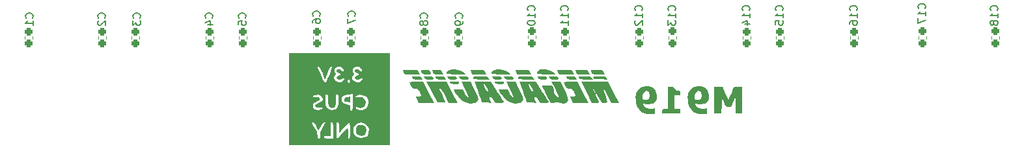
<source format=gbo>
G04 #@! TF.GenerationSoftware,KiCad,Pcbnew,(6.0.0)*
G04 #@! TF.CreationDate,2022-01-26T20:37:23-08:00*
G04 #@! TF.ProjectId,M919_cache,4d393139-5f63-4616-9368-652e6b696361,rev?*
G04 #@! TF.SameCoordinates,Original*
G04 #@! TF.FileFunction,Legend,Bot*
G04 #@! TF.FilePolarity,Positive*
%FSLAX46Y46*%
G04 Gerber Fmt 4.6, Leading zero omitted, Abs format (unit mm)*
G04 Created by KiCad (PCBNEW (6.0.0)) date 2022-01-26 20:37:23*
%MOMM*%
%LPD*%
G01*
G04 APERTURE LIST*
G04 Aperture macros list*
%AMRoundRect*
0 Rectangle with rounded corners*
0 $1 Rounding radius*
0 $2 $3 $4 $5 $6 $7 $8 $9 X,Y pos of 4 corners*
0 Add a 4 corners polygon primitive as box body*
4,1,4,$2,$3,$4,$5,$6,$7,$8,$9,$2,$3,0*
0 Add four circle primitives for the rounded corners*
1,1,$1+$1,$2,$3*
1,1,$1+$1,$4,$5*
1,1,$1+$1,$6,$7*
1,1,$1+$1,$8,$9*
0 Add four rect primitives between the rounded corners*
20,1,$1+$1,$2,$3,$4,$5,0*
20,1,$1+$1,$4,$5,$6,$7,0*
20,1,$1+$1,$6,$7,$8,$9,0*
20,1,$1+$1,$8,$9,$2,$3,0*%
G04 Aperture macros list end*
%ADD10C,0.150000*%
%ADD11C,0.120000*%
%ADD12C,0.100000*%
%ADD13RoundRect,0.268750X-0.256250X0.218750X-0.256250X-0.218750X0.256250X-0.218750X0.256250X0.218750X0*%
%ADD14RoundRect,0.268750X0.256250X-0.218750X0.256250X0.218750X-0.256250X0.218750X-0.256250X-0.218750X0*%
G04 APERTURE END LIST*
D10*
X119229142Y-102195333D02*
X119276761Y-102147714D01*
X119324380Y-102004857D01*
X119324380Y-101909619D01*
X119276761Y-101766761D01*
X119181523Y-101671523D01*
X119086285Y-101623904D01*
X118895809Y-101576285D01*
X118752952Y-101576285D01*
X118562476Y-101623904D01*
X118467238Y-101671523D01*
X118372000Y-101766761D01*
X118324380Y-101909619D01*
X118324380Y-102004857D01*
X118372000Y-102147714D01*
X118419619Y-102195333D01*
X119324380Y-103147714D02*
X119324380Y-102576285D01*
X119324380Y-102862000D02*
X118324380Y-102862000D01*
X118467238Y-102766761D01*
X118562476Y-102671523D01*
X118610095Y-102576285D01*
X128627142Y-102195333D02*
X128674761Y-102147714D01*
X128722380Y-102004857D01*
X128722380Y-101909619D01*
X128674761Y-101766761D01*
X128579523Y-101671523D01*
X128484285Y-101623904D01*
X128293809Y-101576285D01*
X128150952Y-101576285D01*
X127960476Y-101623904D01*
X127865238Y-101671523D01*
X127770000Y-101766761D01*
X127722380Y-101909619D01*
X127722380Y-102004857D01*
X127770000Y-102147714D01*
X127817619Y-102195333D01*
X127817619Y-102576285D02*
X127770000Y-102623904D01*
X127722380Y-102719142D01*
X127722380Y-102957238D01*
X127770000Y-103052476D01*
X127817619Y-103100095D01*
X127912857Y-103147714D01*
X128008095Y-103147714D01*
X128150952Y-103100095D01*
X128722380Y-102528666D01*
X128722380Y-103147714D01*
X133199142Y-102195333D02*
X133246761Y-102147714D01*
X133294380Y-102004857D01*
X133294380Y-101909619D01*
X133246761Y-101766761D01*
X133151523Y-101671523D01*
X133056285Y-101623904D01*
X132865809Y-101576285D01*
X132722952Y-101576285D01*
X132532476Y-101623904D01*
X132437238Y-101671523D01*
X132342000Y-101766761D01*
X132294380Y-101909619D01*
X132294380Y-102004857D01*
X132342000Y-102147714D01*
X132389619Y-102195333D01*
X132294380Y-102528666D02*
X132294380Y-103147714D01*
X132675333Y-102814380D01*
X132675333Y-102957238D01*
X132722952Y-103052476D01*
X132770571Y-103100095D01*
X132865809Y-103147714D01*
X133103904Y-103147714D01*
X133199142Y-103100095D01*
X133246761Y-103052476D01*
X133294380Y-102957238D01*
X133294380Y-102671523D01*
X133246761Y-102576285D01*
X133199142Y-102528666D01*
X142597142Y-102195333D02*
X142644761Y-102147714D01*
X142692380Y-102004857D01*
X142692380Y-101909619D01*
X142644761Y-101766761D01*
X142549523Y-101671523D01*
X142454285Y-101623904D01*
X142263809Y-101576285D01*
X142120952Y-101576285D01*
X141930476Y-101623904D01*
X141835238Y-101671523D01*
X141740000Y-101766761D01*
X141692380Y-101909619D01*
X141692380Y-102004857D01*
X141740000Y-102147714D01*
X141787619Y-102195333D01*
X142025714Y-103052476D02*
X142692380Y-103052476D01*
X141644761Y-102814380D02*
X142359047Y-102576285D01*
X142359047Y-103195333D01*
X146915142Y-102195333D02*
X146962761Y-102147714D01*
X147010380Y-102004857D01*
X147010380Y-101909619D01*
X146962761Y-101766761D01*
X146867523Y-101671523D01*
X146772285Y-101623904D01*
X146581809Y-101576285D01*
X146438952Y-101576285D01*
X146248476Y-101623904D01*
X146153238Y-101671523D01*
X146058000Y-101766761D01*
X146010380Y-101909619D01*
X146010380Y-102004857D01*
X146058000Y-102147714D01*
X146105619Y-102195333D01*
X146010380Y-103100095D02*
X146010380Y-102623904D01*
X146486571Y-102576285D01*
X146438952Y-102623904D01*
X146391333Y-102719142D01*
X146391333Y-102957238D01*
X146438952Y-103052476D01*
X146486571Y-103100095D01*
X146581809Y-103147714D01*
X146819904Y-103147714D01*
X146915142Y-103100095D01*
X146962761Y-103052476D01*
X147010380Y-102957238D01*
X147010380Y-102719142D01*
X146962761Y-102623904D01*
X146915142Y-102576285D01*
X156567142Y-101941333D02*
X156614761Y-101893714D01*
X156662380Y-101750857D01*
X156662380Y-101655619D01*
X156614761Y-101512761D01*
X156519523Y-101417523D01*
X156424285Y-101369904D01*
X156233809Y-101322285D01*
X156090952Y-101322285D01*
X155900476Y-101369904D01*
X155805238Y-101417523D01*
X155710000Y-101512761D01*
X155662380Y-101655619D01*
X155662380Y-101750857D01*
X155710000Y-101893714D01*
X155757619Y-101941333D01*
X155662380Y-102798476D02*
X155662380Y-102608000D01*
X155710000Y-102512761D01*
X155757619Y-102465142D01*
X155900476Y-102369904D01*
X156090952Y-102322285D01*
X156471904Y-102322285D01*
X156567142Y-102369904D01*
X156614761Y-102417523D01*
X156662380Y-102512761D01*
X156662380Y-102703238D01*
X156614761Y-102798476D01*
X156567142Y-102846095D01*
X156471904Y-102893714D01*
X156233809Y-102893714D01*
X156138571Y-102846095D01*
X156090952Y-102798476D01*
X156043333Y-102703238D01*
X156043333Y-102512761D01*
X156090952Y-102417523D01*
X156138571Y-102369904D01*
X156233809Y-102322285D01*
X161139142Y-101941333D02*
X161186761Y-101893714D01*
X161234380Y-101750857D01*
X161234380Y-101655619D01*
X161186761Y-101512761D01*
X161091523Y-101417523D01*
X160996285Y-101369904D01*
X160805809Y-101322285D01*
X160662952Y-101322285D01*
X160472476Y-101369904D01*
X160377238Y-101417523D01*
X160282000Y-101512761D01*
X160234380Y-101655619D01*
X160234380Y-101750857D01*
X160282000Y-101893714D01*
X160329619Y-101941333D01*
X160234380Y-102274666D02*
X160234380Y-102941333D01*
X161234380Y-102512761D01*
X170537142Y-102195333D02*
X170584761Y-102147714D01*
X170632380Y-102004857D01*
X170632380Y-101909619D01*
X170584761Y-101766761D01*
X170489523Y-101671523D01*
X170394285Y-101623904D01*
X170203809Y-101576285D01*
X170060952Y-101576285D01*
X169870476Y-101623904D01*
X169775238Y-101671523D01*
X169680000Y-101766761D01*
X169632380Y-101909619D01*
X169632380Y-102004857D01*
X169680000Y-102147714D01*
X169727619Y-102195333D01*
X170060952Y-102766761D02*
X170013333Y-102671523D01*
X169965714Y-102623904D01*
X169870476Y-102576285D01*
X169822857Y-102576285D01*
X169727619Y-102623904D01*
X169680000Y-102671523D01*
X169632380Y-102766761D01*
X169632380Y-102957238D01*
X169680000Y-103052476D01*
X169727619Y-103100095D01*
X169822857Y-103147714D01*
X169870476Y-103147714D01*
X169965714Y-103100095D01*
X170013333Y-103052476D01*
X170060952Y-102957238D01*
X170060952Y-102766761D01*
X170108571Y-102671523D01*
X170156190Y-102623904D01*
X170251428Y-102576285D01*
X170441904Y-102576285D01*
X170537142Y-102623904D01*
X170584761Y-102671523D01*
X170632380Y-102766761D01*
X170632380Y-102957238D01*
X170584761Y-103052476D01*
X170537142Y-103100095D01*
X170441904Y-103147714D01*
X170251428Y-103147714D01*
X170156190Y-103100095D01*
X170108571Y-103052476D01*
X170060952Y-102957238D01*
X175109142Y-102195333D02*
X175156761Y-102147714D01*
X175204380Y-102004857D01*
X175204380Y-101909619D01*
X175156761Y-101766761D01*
X175061523Y-101671523D01*
X174966285Y-101623904D01*
X174775809Y-101576285D01*
X174632952Y-101576285D01*
X174442476Y-101623904D01*
X174347238Y-101671523D01*
X174252000Y-101766761D01*
X174204380Y-101909619D01*
X174204380Y-102004857D01*
X174252000Y-102147714D01*
X174299619Y-102195333D01*
X175204380Y-102671523D02*
X175204380Y-102862000D01*
X175156761Y-102957238D01*
X175109142Y-103004857D01*
X174966285Y-103100095D01*
X174775809Y-103147714D01*
X174394857Y-103147714D01*
X174299619Y-103100095D01*
X174252000Y-103052476D01*
X174204380Y-102957238D01*
X174204380Y-102766761D01*
X174252000Y-102671523D01*
X174299619Y-102623904D01*
X174394857Y-102576285D01*
X174632952Y-102576285D01*
X174728190Y-102623904D01*
X174775809Y-102671523D01*
X174823428Y-102766761D01*
X174823428Y-102957238D01*
X174775809Y-103052476D01*
X174728190Y-103100095D01*
X174632952Y-103147714D01*
X184507142Y-101211142D02*
X184554761Y-101163523D01*
X184602380Y-101020666D01*
X184602380Y-100925428D01*
X184554761Y-100782571D01*
X184459523Y-100687333D01*
X184364285Y-100639714D01*
X184173809Y-100592095D01*
X184030952Y-100592095D01*
X183840476Y-100639714D01*
X183745238Y-100687333D01*
X183650000Y-100782571D01*
X183602380Y-100925428D01*
X183602380Y-101020666D01*
X183650000Y-101163523D01*
X183697619Y-101211142D01*
X184602380Y-102163523D02*
X184602380Y-101592095D01*
X184602380Y-101877809D02*
X183602380Y-101877809D01*
X183745238Y-101782571D01*
X183840476Y-101687333D01*
X183888095Y-101592095D01*
X183602380Y-102782571D02*
X183602380Y-102877809D01*
X183650000Y-102973047D01*
X183697619Y-103020666D01*
X183792857Y-103068285D01*
X183983333Y-103115904D01*
X184221428Y-103115904D01*
X184411904Y-103068285D01*
X184507142Y-103020666D01*
X184554761Y-102973047D01*
X184602380Y-102877809D01*
X184602380Y-102782571D01*
X184554761Y-102687333D01*
X184507142Y-102639714D01*
X184411904Y-102592095D01*
X184221428Y-102544476D01*
X183983333Y-102544476D01*
X183792857Y-102592095D01*
X183697619Y-102639714D01*
X183650000Y-102687333D01*
X183602380Y-102782571D01*
X188825142Y-101211142D02*
X188872761Y-101163523D01*
X188920380Y-101020666D01*
X188920380Y-100925428D01*
X188872761Y-100782571D01*
X188777523Y-100687333D01*
X188682285Y-100639714D01*
X188491809Y-100592095D01*
X188348952Y-100592095D01*
X188158476Y-100639714D01*
X188063238Y-100687333D01*
X187968000Y-100782571D01*
X187920380Y-100925428D01*
X187920380Y-101020666D01*
X187968000Y-101163523D01*
X188015619Y-101211142D01*
X188920380Y-102163523D02*
X188920380Y-101592095D01*
X188920380Y-101877809D02*
X187920380Y-101877809D01*
X188063238Y-101782571D01*
X188158476Y-101687333D01*
X188206095Y-101592095D01*
X188920380Y-103115904D02*
X188920380Y-102544476D01*
X188920380Y-102830190D02*
X187920380Y-102830190D01*
X188063238Y-102734952D01*
X188158476Y-102639714D01*
X188206095Y-102544476D01*
X202795142Y-101211142D02*
X202842761Y-101163523D01*
X202890380Y-101020666D01*
X202890380Y-100925428D01*
X202842761Y-100782571D01*
X202747523Y-100687333D01*
X202652285Y-100639714D01*
X202461809Y-100592095D01*
X202318952Y-100592095D01*
X202128476Y-100639714D01*
X202033238Y-100687333D01*
X201938000Y-100782571D01*
X201890380Y-100925428D01*
X201890380Y-101020666D01*
X201938000Y-101163523D01*
X201985619Y-101211142D01*
X202890380Y-102163523D02*
X202890380Y-101592095D01*
X202890380Y-101877809D02*
X201890380Y-101877809D01*
X202033238Y-101782571D01*
X202128476Y-101687333D01*
X202176095Y-101592095D01*
X201890380Y-102496857D02*
X201890380Y-103115904D01*
X202271333Y-102782571D01*
X202271333Y-102925428D01*
X202318952Y-103020666D01*
X202366571Y-103068285D01*
X202461809Y-103115904D01*
X202699904Y-103115904D01*
X202795142Y-103068285D01*
X202842761Y-103020666D01*
X202890380Y-102925428D01*
X202890380Y-102639714D01*
X202842761Y-102544476D01*
X202795142Y-102496857D01*
X212447142Y-101211142D02*
X212494761Y-101163523D01*
X212542380Y-101020666D01*
X212542380Y-100925428D01*
X212494761Y-100782571D01*
X212399523Y-100687333D01*
X212304285Y-100639714D01*
X212113809Y-100592095D01*
X211970952Y-100592095D01*
X211780476Y-100639714D01*
X211685238Y-100687333D01*
X211590000Y-100782571D01*
X211542380Y-100925428D01*
X211542380Y-101020666D01*
X211590000Y-101163523D01*
X211637619Y-101211142D01*
X212542380Y-102163523D02*
X212542380Y-101592095D01*
X212542380Y-101877809D02*
X211542380Y-101877809D01*
X211685238Y-101782571D01*
X211780476Y-101687333D01*
X211828095Y-101592095D01*
X211875714Y-103020666D02*
X212542380Y-103020666D01*
X211494761Y-102782571D02*
X212209047Y-102544476D01*
X212209047Y-103163523D01*
X216765142Y-101211142D02*
X216812761Y-101163523D01*
X216860380Y-101020666D01*
X216860380Y-100925428D01*
X216812761Y-100782571D01*
X216717523Y-100687333D01*
X216622285Y-100639714D01*
X216431809Y-100592095D01*
X216288952Y-100592095D01*
X216098476Y-100639714D01*
X216003238Y-100687333D01*
X215908000Y-100782571D01*
X215860380Y-100925428D01*
X215860380Y-101020666D01*
X215908000Y-101163523D01*
X215955619Y-101211142D01*
X216860380Y-102163523D02*
X216860380Y-101592095D01*
X216860380Y-101877809D02*
X215860380Y-101877809D01*
X216003238Y-101782571D01*
X216098476Y-101687333D01*
X216146095Y-101592095D01*
X215860380Y-103068285D02*
X215860380Y-102592095D01*
X216336571Y-102544476D01*
X216288952Y-102592095D01*
X216241333Y-102687333D01*
X216241333Y-102925428D01*
X216288952Y-103020666D01*
X216336571Y-103068285D01*
X216431809Y-103115904D01*
X216669904Y-103115904D01*
X216765142Y-103068285D01*
X216812761Y-103020666D01*
X216860380Y-102925428D01*
X216860380Y-102687333D01*
X216812761Y-102592095D01*
X216765142Y-102544476D01*
X226417142Y-101211142D02*
X226464761Y-101163523D01*
X226512380Y-101020666D01*
X226512380Y-100925428D01*
X226464761Y-100782571D01*
X226369523Y-100687333D01*
X226274285Y-100639714D01*
X226083809Y-100592095D01*
X225940952Y-100592095D01*
X225750476Y-100639714D01*
X225655238Y-100687333D01*
X225560000Y-100782571D01*
X225512380Y-100925428D01*
X225512380Y-101020666D01*
X225560000Y-101163523D01*
X225607619Y-101211142D01*
X226512380Y-102163523D02*
X226512380Y-101592095D01*
X226512380Y-101877809D02*
X225512380Y-101877809D01*
X225655238Y-101782571D01*
X225750476Y-101687333D01*
X225798095Y-101592095D01*
X225512380Y-103020666D02*
X225512380Y-102830190D01*
X225560000Y-102734952D01*
X225607619Y-102687333D01*
X225750476Y-102592095D01*
X225940952Y-102544476D01*
X226321904Y-102544476D01*
X226417142Y-102592095D01*
X226464761Y-102639714D01*
X226512380Y-102734952D01*
X226512380Y-102925428D01*
X226464761Y-103020666D01*
X226417142Y-103068285D01*
X226321904Y-103115904D01*
X226083809Y-103115904D01*
X225988571Y-103068285D01*
X225940952Y-103020666D01*
X225893333Y-102925428D01*
X225893333Y-102734952D01*
X225940952Y-102639714D01*
X225988571Y-102592095D01*
X226083809Y-102544476D01*
X235307142Y-100957142D02*
X235354761Y-100909523D01*
X235402380Y-100766666D01*
X235402380Y-100671428D01*
X235354761Y-100528571D01*
X235259523Y-100433333D01*
X235164285Y-100385714D01*
X234973809Y-100338095D01*
X234830952Y-100338095D01*
X234640476Y-100385714D01*
X234545238Y-100433333D01*
X234450000Y-100528571D01*
X234402380Y-100671428D01*
X234402380Y-100766666D01*
X234450000Y-100909523D01*
X234497619Y-100957142D01*
X235402380Y-101909523D02*
X235402380Y-101338095D01*
X235402380Y-101623809D02*
X234402380Y-101623809D01*
X234545238Y-101528571D01*
X234640476Y-101433333D01*
X234688095Y-101338095D01*
X234402380Y-102242857D02*
X234402380Y-102909523D01*
X235402380Y-102480952D01*
X244705142Y-101211142D02*
X244752761Y-101163523D01*
X244800380Y-101020666D01*
X244800380Y-100925428D01*
X244752761Y-100782571D01*
X244657523Y-100687333D01*
X244562285Y-100639714D01*
X244371809Y-100592095D01*
X244228952Y-100592095D01*
X244038476Y-100639714D01*
X243943238Y-100687333D01*
X243848000Y-100782571D01*
X243800380Y-100925428D01*
X243800380Y-101020666D01*
X243848000Y-101163523D01*
X243895619Y-101211142D01*
X244800380Y-102163523D02*
X244800380Y-101592095D01*
X244800380Y-101877809D02*
X243800380Y-101877809D01*
X243943238Y-101782571D01*
X244038476Y-101687333D01*
X244086095Y-101592095D01*
X244228952Y-102734952D02*
X244181333Y-102639714D01*
X244133714Y-102592095D01*
X244038476Y-102544476D01*
X243990857Y-102544476D01*
X243895619Y-102592095D01*
X243848000Y-102639714D01*
X243800380Y-102734952D01*
X243800380Y-102925428D01*
X243848000Y-103020666D01*
X243895619Y-103068285D01*
X243990857Y-103115904D01*
X244038476Y-103115904D01*
X244133714Y-103068285D01*
X244181333Y-103020666D01*
X244228952Y-102925428D01*
X244228952Y-102734952D01*
X244276571Y-102639714D01*
X244324190Y-102592095D01*
X244419428Y-102544476D01*
X244609904Y-102544476D01*
X244705142Y-102592095D01*
X244752761Y-102639714D01*
X244800380Y-102734952D01*
X244800380Y-102925428D01*
X244752761Y-103020666D01*
X244705142Y-103068285D01*
X244609904Y-103115904D01*
X244419428Y-103115904D01*
X244324190Y-103068285D01*
X244276571Y-103020666D01*
X244228952Y-102925428D01*
X198477142Y-101211142D02*
X198524761Y-101163523D01*
X198572380Y-101020666D01*
X198572380Y-100925428D01*
X198524761Y-100782571D01*
X198429523Y-100687333D01*
X198334285Y-100639714D01*
X198143809Y-100592095D01*
X198000952Y-100592095D01*
X197810476Y-100639714D01*
X197715238Y-100687333D01*
X197620000Y-100782571D01*
X197572380Y-100925428D01*
X197572380Y-101020666D01*
X197620000Y-101163523D01*
X197667619Y-101211142D01*
X198572380Y-102163523D02*
X198572380Y-101592095D01*
X198572380Y-101877809D02*
X197572380Y-101877809D01*
X197715238Y-101782571D01*
X197810476Y-101687333D01*
X197858095Y-101592095D01*
X197667619Y-102544476D02*
X197620000Y-102592095D01*
X197572380Y-102687333D01*
X197572380Y-102925428D01*
X197620000Y-103020666D01*
X197667619Y-103068285D01*
X197762857Y-103115904D01*
X197858095Y-103115904D01*
X198000952Y-103068285D01*
X198572380Y-102496857D01*
X198572380Y-103115904D01*
G36*
X171785214Y-110499672D02*
G01*
X173108623Y-110500506D01*
X173802983Y-111892253D01*
X174497342Y-113284000D01*
X173355000Y-113281918D01*
X172893548Y-112384796D01*
X172726131Y-112067451D01*
X172523251Y-111718192D01*
X172367664Y-111505958D01*
X172249974Y-111418689D01*
X172160787Y-111444325D01*
X172173733Y-111517292D01*
X172250074Y-111713108D01*
X172378534Y-111998733D01*
X172545438Y-112342246D01*
X172697937Y-112649276D01*
X172841064Y-112944607D01*
X172938206Y-113153621D01*
X172974000Y-113243997D01*
X172899439Y-113264437D01*
X172699208Y-113272761D01*
X172417352Y-113266702D01*
X171860703Y-113241667D01*
X170461805Y-110498839D01*
X171785214Y-110499672D01*
G37*
G36*
X190818362Y-111887000D02*
G01*
X191515342Y-113284000D01*
X189517743Y-113284000D01*
X189331538Y-112900735D01*
X189265869Y-112762980D01*
X189179254Y-112570206D01*
X189145334Y-112477402D01*
X189162747Y-112465450D01*
X189299024Y-112445299D01*
X189526334Y-112437333D01*
X189640025Y-112434900D01*
X189831607Y-112415873D01*
X189907334Y-112384139D01*
X189877949Y-112308299D01*
X189783718Y-112122859D01*
X189647120Y-111876139D01*
X189645982Y-111874150D01*
X189494638Y-111623621D01*
X189376128Y-111487940D01*
X189245019Y-111432160D01*
X189055880Y-111421333D01*
X188899152Y-111415639D01*
X188757447Y-111370779D01*
X188646540Y-111248204D01*
X188516210Y-111009596D01*
X188307567Y-110597859D01*
X188823537Y-110543929D01*
X189043372Y-110523893D01*
X189418326Y-110499515D01*
X189730444Y-110490000D01*
X190121381Y-110490000D01*
X190818362Y-111887000D01*
G37*
G36*
X176657031Y-111428959D02*
G01*
X176834219Y-111803790D01*
X176995857Y-112173241D01*
X177115263Y-112476606D01*
X177174833Y-112671636D01*
X177196681Y-112842567D01*
X177155806Y-113010457D01*
X177003184Y-113172010D01*
X176833511Y-113287539D01*
X176613538Y-113351122D01*
X176292446Y-113367839D01*
X176102460Y-113359900D01*
X175527276Y-113231021D01*
X175015367Y-112946963D01*
X174571410Y-112510951D01*
X174200083Y-111926208D01*
X173987148Y-111506000D01*
X175165993Y-111506000D01*
X175445830Y-112030138D01*
X175493044Y-112116573D01*
X175669483Y-112400256D01*
X175810317Y-112563657D01*
X175903586Y-112595700D01*
X175937334Y-112485312D01*
X175937318Y-112484172D01*
X175899468Y-112356489D01*
X175799075Y-112113593D01*
X175651213Y-111789924D01*
X175470960Y-111419923D01*
X175004586Y-110490000D01*
X176196206Y-110490000D01*
X176657031Y-111428959D01*
G37*
G36*
X189509283Y-109262333D02*
G01*
X189650594Y-109558667D01*
X187710349Y-109558667D01*
X187581175Y-109308871D01*
X187572763Y-109292506D01*
X187487195Y-109112442D01*
X187452000Y-109012538D01*
X187517658Y-108995649D01*
X187721314Y-108980268D01*
X188029989Y-108969840D01*
X188409986Y-108966000D01*
X189367971Y-108966000D01*
X189509283Y-109262333D01*
G37*
G36*
X182499031Y-111428959D02*
G01*
X182676219Y-111803790D01*
X182837857Y-112173241D01*
X182957263Y-112476606D01*
X183016833Y-112671636D01*
X183038681Y-112842567D01*
X182997806Y-113010457D01*
X182845184Y-113172010D01*
X182675511Y-113287539D01*
X182455538Y-113351122D01*
X182134446Y-113367839D01*
X181944460Y-113359900D01*
X181369276Y-113231021D01*
X180857367Y-112946963D01*
X180413410Y-112510951D01*
X180042083Y-111926208D01*
X179829148Y-111506000D01*
X181007993Y-111506000D01*
X181287830Y-112030138D01*
X181335044Y-112116573D01*
X181511483Y-112400256D01*
X181652317Y-112563657D01*
X181745586Y-112595700D01*
X181779334Y-112485312D01*
X181779318Y-112484172D01*
X181741468Y-112356489D01*
X181641075Y-112113593D01*
X181493213Y-111789924D01*
X181312960Y-111419923D01*
X180846586Y-110490000D01*
X182038206Y-110490000D01*
X182499031Y-111428959D01*
G37*
G36*
X177472377Y-109831060D02*
G01*
X177605308Y-109834583D01*
X177978413Y-109848527D01*
X178225089Y-109869878D01*
X178378786Y-109905350D01*
X178472952Y-109961653D01*
X178541038Y-110045500D01*
X178667321Y-110236000D01*
X177650053Y-110236000D01*
X177251234Y-110233420D01*
X176936270Y-110222240D01*
X176738163Y-110198944D01*
X176629131Y-110160049D01*
X176581392Y-110102075D01*
X176554630Y-110024439D01*
X176547349Y-109924647D01*
X176610909Y-109862888D01*
X176769884Y-109831687D01*
X177048849Y-109823569D01*
X177472377Y-109831060D01*
G37*
G36*
X172252977Y-109812732D02*
G01*
X172542324Y-109819770D01*
X172712891Y-109848179D01*
X172808740Y-109911765D01*
X172873928Y-110024333D01*
X172970370Y-110236000D01*
X172382498Y-110236000D01*
X172138914Y-110232553D01*
X171910968Y-110211054D01*
X171780861Y-110160977D01*
X171706979Y-110072233D01*
X171654892Y-109965467D01*
X171619334Y-109860566D01*
X171619461Y-109859557D01*
X171702601Y-109835896D01*
X171910028Y-109819071D01*
X172198410Y-109812667D01*
X172252977Y-109812732D01*
G37*
G36*
X191415595Y-109815417D02*
G01*
X191657455Y-109829372D01*
X191805881Y-109863118D01*
X191898735Y-109925243D01*
X191973881Y-110024333D01*
X192112571Y-110236000D01*
X191266931Y-110236000D01*
X190950256Y-110234066D01*
X190666276Y-110222735D01*
X190491431Y-110195948D01*
X190391846Y-110147762D01*
X190333646Y-110072233D01*
X190281559Y-109965467D01*
X190246000Y-109860566D01*
X190271433Y-109848561D01*
X190428534Y-109830106D01*
X190697254Y-109817398D01*
X191040596Y-109812667D01*
X191042438Y-109812667D01*
X191415595Y-109815417D01*
G37*
G36*
X162150745Y-116176259D02*
G01*
X162429603Y-116289108D01*
X162592015Y-116522099D01*
X162644667Y-116882333D01*
X162644632Y-116894538D01*
X162603419Y-117217427D01*
X162475334Y-117432667D01*
X162310210Y-117542131D01*
X161967334Y-117602000D01*
X161783923Y-117588407D01*
X161505065Y-117475558D01*
X161342652Y-117242568D01*
X161290000Y-116882333D01*
X161302794Y-116687459D01*
X161409005Y-116391172D01*
X161628290Y-116218609D01*
X161967334Y-116162667D01*
X162150745Y-116176259D01*
G37*
G36*
X174213909Y-108902324D02*
G01*
X174637922Y-108983666D01*
X175042437Y-109134140D01*
X175387000Y-109349690D01*
X175641000Y-109557825D01*
X174349834Y-109558246D01*
X173891100Y-109556540D01*
X173493209Y-109546008D01*
X173232491Y-109520062D01*
X173091575Y-109472179D01*
X173053091Y-109395837D01*
X173099668Y-109284511D01*
X173213935Y-109131678D01*
X173229409Y-109113680D01*
X173469199Y-108963272D01*
X173810850Y-108894173D01*
X174213909Y-108902324D01*
G37*
G36*
X170930421Y-109816114D02*
G01*
X171158367Y-109837612D01*
X171288473Y-109887689D01*
X171362355Y-109976434D01*
X171414442Y-110083199D01*
X171450000Y-110188100D01*
X171449873Y-110189109D01*
X171366733Y-110212770D01*
X171159306Y-110229595D01*
X170870924Y-110236000D01*
X170816357Y-110235934D01*
X170527011Y-110228896D01*
X170356443Y-110200487D01*
X170260595Y-110136901D01*
X170195406Y-110024333D01*
X170098964Y-109812667D01*
X170686837Y-109812667D01*
X170930421Y-109816114D01*
G37*
G36*
X185688425Y-112076894D02*
G01*
X185933613Y-112461448D01*
X186138155Y-112783992D01*
X186285066Y-113017721D01*
X186357363Y-113135833D01*
X186367906Y-113155077D01*
X186384601Y-113224635D01*
X186323134Y-113263462D01*
X186153133Y-113280327D01*
X185844228Y-113284000D01*
X185246498Y-113284000D01*
X185016366Y-112903000D01*
X184932983Y-112777287D01*
X184769095Y-112592332D01*
X184637450Y-112522000D01*
X184558024Y-112529271D01*
X184499589Y-112584918D01*
X184520173Y-112724274D01*
X184618376Y-112981091D01*
X184748085Y-113291528D01*
X184139338Y-113266597D01*
X183530590Y-113241667D01*
X183383911Y-112818333D01*
X183314886Y-112621269D01*
X183192566Y-112276009D01*
X183046287Y-111865933D01*
X182894574Y-111443108D01*
X182621011Y-110683163D01*
X183667384Y-110683163D01*
X183721925Y-110881102D01*
X183850072Y-111208677D01*
X183886183Y-111292178D01*
X184023938Y-111569792D01*
X184140033Y-111716876D01*
X184253931Y-111760000D01*
X184341321Y-111755137D01*
X184376721Y-111707351D01*
X184300746Y-111569500D01*
X184241888Y-111475550D01*
X184099565Y-111240262D01*
X183942055Y-110973009D01*
X183919252Y-110934137D01*
X183768662Y-110702982D01*
X183683835Y-110621557D01*
X183667384Y-110683163D01*
X182621011Y-110683163D01*
X182551915Y-110491217D01*
X183625144Y-110511775D01*
X184698374Y-110532333D01*
X185451812Y-111707351D01*
X185485571Y-111760000D01*
X185688425Y-112076894D01*
G37*
G36*
X175301741Y-109812989D02*
G01*
X175608834Y-109828857D01*
X175795987Y-109875133D01*
X175904141Y-109960833D01*
X175971073Y-110060650D01*
X176019308Y-110172500D01*
X176019228Y-110173897D01*
X175937252Y-110205236D01*
X175730799Y-110227518D01*
X175442924Y-110236000D01*
X175388357Y-110235934D01*
X175099011Y-110228896D01*
X174928443Y-110200487D01*
X174832595Y-110136901D01*
X174767406Y-110024333D01*
X174670964Y-109812667D01*
X175231315Y-109812667D01*
X175301741Y-109812989D01*
G37*
G36*
X174097687Y-110490033D02*
G01*
X174385671Y-110495355D01*
X174589796Y-110507993D01*
X174667334Y-110525408D01*
X174673897Y-110559774D01*
X174718726Y-110694742D01*
X174728327Y-110752385D01*
X174673444Y-110800328D01*
X174512395Y-110822973D01*
X174213704Y-110828667D01*
X174002957Y-110825889D01*
X173773782Y-110804727D01*
X173642881Y-110753011D01*
X173566667Y-110659333D01*
X173545938Y-110618623D01*
X173531201Y-110546859D01*
X173593380Y-110508386D01*
X173763276Y-110492875D01*
X174071688Y-110490000D01*
X174097687Y-110490033D01*
G37*
G36*
X202454570Y-111215010D02*
G01*
X202623508Y-111261143D01*
X202699002Y-111364400D01*
X202706436Y-111384116D01*
X202847793Y-111543678D01*
X203082328Y-111666663D01*
X203342064Y-111715916D01*
X203413467Y-111724964D01*
X203488022Y-111807350D01*
X203507413Y-112012249D01*
X203505063Y-112144119D01*
X203471372Y-112259383D01*
X203360517Y-112302256D01*
X203126413Y-112308583D01*
X202745413Y-112308583D01*
X202745413Y-114086583D01*
X203126413Y-114086583D01*
X203295960Y-114088410D01*
X203444157Y-114114615D01*
X203499280Y-114200836D01*
X203507413Y-114382916D01*
X203507413Y-114679249D01*
X201136747Y-114679249D01*
X201136747Y-114382916D01*
X201139097Y-114251046D01*
X201172789Y-114135782D01*
X201283644Y-114092909D01*
X201517747Y-114086583D01*
X201898747Y-114086583D01*
X201898747Y-111207916D01*
X202274041Y-111207916D01*
X202454570Y-111215010D01*
G37*
G36*
X178042782Y-109262333D02*
G01*
X178217623Y-109558667D01*
X176377232Y-109558667D01*
X176284283Y-109292032D01*
X176277158Y-109271507D01*
X176216311Y-109087553D01*
X176191334Y-108995699D01*
X176226083Y-108987252D01*
X176396270Y-108976296D01*
X176676128Y-108968787D01*
X177029637Y-108966000D01*
X177867941Y-108966000D01*
X178042782Y-109262333D01*
G37*
G36*
X169443283Y-109262333D02*
G01*
X169584594Y-109558667D01*
X167644349Y-109558667D01*
X167515175Y-109308871D01*
X167506763Y-109292506D01*
X167421195Y-109112442D01*
X167386000Y-109012538D01*
X167451658Y-108995649D01*
X167655314Y-108980268D01*
X167963989Y-108969840D01*
X168343986Y-108966000D01*
X169301971Y-108966000D01*
X169443283Y-109262333D01*
G37*
G36*
X185528329Y-109812728D02*
G01*
X185815899Y-109824327D01*
X186019839Y-109852093D01*
X186097334Y-109890408D01*
X186103040Y-109940772D01*
X186148726Y-110102075D01*
X186158327Y-110159719D01*
X186103444Y-110207661D01*
X185942395Y-110230306D01*
X185643704Y-110236000D01*
X185451140Y-110233680D01*
X185212793Y-110213437D01*
X185076582Y-110163254D01*
X184999646Y-110072233D01*
X184947559Y-109965467D01*
X184912000Y-109860566D01*
X184912465Y-109858664D01*
X185000854Y-109835418D01*
X185212533Y-109818931D01*
X185504667Y-109812667D01*
X185528329Y-109812728D01*
G37*
G36*
X186985741Y-109812989D02*
G01*
X187292834Y-109828857D01*
X187479987Y-109875133D01*
X187588141Y-109960833D01*
X187655073Y-110060650D01*
X187703308Y-110172500D01*
X187703228Y-110173897D01*
X187621252Y-110205236D01*
X187414799Y-110227518D01*
X187126924Y-110236000D01*
X187072357Y-110235934D01*
X186783011Y-110228896D01*
X186612443Y-110200487D01*
X186516595Y-110136901D01*
X186451406Y-110024333D01*
X186354964Y-109812667D01*
X186915315Y-109812667D01*
X186985741Y-109812989D01*
G37*
G36*
X179589885Y-109830127D02*
G01*
X179611475Y-109831027D01*
X179923531Y-109850254D01*
X180109215Y-109883739D01*
X180209251Y-109944486D01*
X180264364Y-110045500D01*
X180281053Y-110093002D01*
X180289819Y-110174033D01*
X180227409Y-110216668D01*
X180061108Y-110233219D01*
X179758196Y-110236000D01*
X179700039Y-110235926D01*
X179413252Y-110228795D01*
X179244486Y-110199970D01*
X179149416Y-110135299D01*
X179083717Y-110020627D01*
X178985586Y-109805253D01*
X179589885Y-109830127D01*
G37*
G36*
X160528000Y-113209069D02*
G01*
X160168167Y-113183035D01*
X160043489Y-113172874D01*
X159881327Y-113137139D01*
X159818702Y-113047189D01*
X159808334Y-112860667D01*
X159809717Y-112757890D01*
X159838864Y-112622236D01*
X159942587Y-112563158D01*
X160168167Y-112538298D01*
X160528000Y-112512264D01*
X160528000Y-113209069D01*
G37*
G36*
X183314377Y-109831060D02*
G01*
X183447308Y-109834583D01*
X183820413Y-109848527D01*
X184067089Y-109869878D01*
X184220786Y-109905350D01*
X184314952Y-109961653D01*
X184383038Y-110045500D01*
X184509321Y-110236000D01*
X183492053Y-110236000D01*
X183093234Y-110233420D01*
X182778270Y-110222240D01*
X182580163Y-110198944D01*
X182471131Y-110160049D01*
X182423392Y-110102075D01*
X182396630Y-110024439D01*
X182389349Y-109924647D01*
X182452909Y-109862888D01*
X182611884Y-109831687D01*
X182890849Y-109823569D01*
X183314377Y-109831060D01*
G37*
G36*
X186029362Y-108903965D02*
G01*
X186580062Y-109045328D01*
X187071000Y-109343776D01*
X187325000Y-109552577D01*
X186076167Y-109555622D01*
X185682775Y-109555184D01*
X185275986Y-109546320D01*
X185008430Y-109521760D01*
X184862710Y-109474760D01*
X184821429Y-109398576D01*
X184867192Y-109286463D01*
X184982602Y-109131678D01*
X185095134Y-109027814D01*
X185299130Y-108945226D01*
X185619792Y-108899966D01*
X186029362Y-108903965D01*
G37*
G36*
X170362917Y-108966066D02*
G01*
X170639643Y-108973471D01*
X170802978Y-109005717D01*
X170901093Y-109080570D01*
X170982160Y-109215795D01*
X170990572Y-109232161D01*
X171076140Y-109412225D01*
X171111334Y-109512129D01*
X171111206Y-109513109D01*
X171028068Y-109536097D01*
X170820641Y-109552444D01*
X170532257Y-109558667D01*
X170468471Y-109558578D01*
X170183030Y-109551316D01*
X170015088Y-109522349D01*
X169920451Y-109457606D01*
X169854924Y-109343016D01*
X169817823Y-109258533D01*
X169772934Y-109099298D01*
X169822563Y-109011354D01*
X169991573Y-108973866D01*
X170304826Y-108966000D01*
X170362917Y-108966066D01*
G37*
G36*
X181143741Y-109812989D02*
G01*
X181450834Y-109828857D01*
X181637987Y-109875133D01*
X181746141Y-109960833D01*
X181813073Y-110060650D01*
X181861308Y-110172500D01*
X181861228Y-110173897D01*
X181779252Y-110205236D01*
X181572799Y-110227518D01*
X181284924Y-110236000D01*
X181230357Y-110235934D01*
X180941011Y-110228896D01*
X180770443Y-110200487D01*
X180674595Y-110136901D01*
X180609406Y-110024333D01*
X180512964Y-109812667D01*
X181073315Y-109812667D01*
X181143741Y-109812989D01*
G37*
G36*
X191504782Y-109262333D02*
G01*
X191679623Y-109558667D01*
X190081016Y-109558667D01*
X189951841Y-109308871D01*
X189943429Y-109292506D01*
X189857861Y-109112442D01*
X189822667Y-109012538D01*
X189840461Y-109002494D01*
X189984803Y-108983783D01*
X190242746Y-108970837D01*
X190576304Y-108966000D01*
X191329941Y-108966000D01*
X191504782Y-109262333D01*
G37*
G36*
X188385613Y-111517569D02*
G01*
X188564805Y-111891080D01*
X188746672Y-112313007D01*
X188848560Y-112630974D01*
X188875235Y-112868802D01*
X188831460Y-113050314D01*
X188722000Y-113199333D01*
X188579161Y-113293672D01*
X188282424Y-113363772D01*
X187941210Y-113346459D01*
X187617129Y-113239492D01*
X187593915Y-113227818D01*
X187431371Y-113170790D01*
X187367334Y-113197159D01*
X187349990Y-113223031D01*
X187213943Y-113266727D01*
X186986940Y-113284000D01*
X186606545Y-113284000D01*
X186055606Y-112184542D01*
X185972214Y-112017622D01*
X185787862Y-111644705D01*
X185639509Y-111339094D01*
X185540622Y-111128727D01*
X185504667Y-111041542D01*
X185509781Y-111036135D01*
X185623432Y-111016727D01*
X185855792Y-111003126D01*
X186166319Y-110998000D01*
X186827971Y-110998000D01*
X186978180Y-111312991D01*
X186998164Y-111356169D01*
X187067804Y-111566507D01*
X187038033Y-111658100D01*
X187016353Y-111690250D01*
X187044362Y-111843396D01*
X187153578Y-112094544D01*
X187201148Y-112184226D01*
X187374720Y-112442079D01*
X187530203Y-112568574D01*
X187651113Y-112548665D01*
X187653240Y-112540701D01*
X187618643Y-112422100D01*
X187521930Y-112188978D01*
X187375829Y-111870584D01*
X187193071Y-111496166D01*
X186688695Y-110490000D01*
X187879893Y-110490000D01*
X188385613Y-111517569D01*
G37*
G36*
X179939687Y-110490033D02*
G01*
X180227671Y-110495355D01*
X180431796Y-110507993D01*
X180509334Y-110525408D01*
X180515897Y-110559774D01*
X180560726Y-110694742D01*
X180570327Y-110752385D01*
X180515444Y-110800328D01*
X180354395Y-110822973D01*
X180055704Y-110828667D01*
X179844957Y-110825889D01*
X179615782Y-110804727D01*
X179484881Y-110753011D01*
X179408667Y-110659333D01*
X179387938Y-110618623D01*
X179373201Y-110546859D01*
X179435380Y-110508386D01*
X179605276Y-110492875D01*
X179913688Y-110490000D01*
X179939687Y-110490033D01*
G37*
G36*
X193488616Y-109262333D02*
G01*
X193629928Y-109558667D01*
X192824868Y-109558667D01*
X192734136Y-109558629D01*
X192390930Y-109555326D01*
X192174693Y-109540538D01*
X192050370Y-109505687D01*
X191982904Y-109442196D01*
X191937238Y-109341488D01*
X191882512Y-109177540D01*
X191854667Y-109045155D01*
X191871236Y-109028581D01*
X192013261Y-108996512D01*
X192269232Y-108974303D01*
X192600986Y-108966000D01*
X193347305Y-108966000D01*
X193488616Y-109262333D01*
G37*
G36*
X193057426Y-109812734D02*
G01*
X193400951Y-109816404D01*
X193619198Y-109831594D01*
X193747201Y-109866404D01*
X193819994Y-109928936D01*
X193872609Y-110027290D01*
X193970398Y-110241913D01*
X193112547Y-110217790D01*
X193055762Y-110216169D01*
X192684136Y-110202363D01*
X192444453Y-110181851D01*
X192303447Y-110146943D01*
X192227854Y-110089945D01*
X192184410Y-110003167D01*
X192170589Y-109964635D01*
X192158015Y-109890843D01*
X192200564Y-109845906D01*
X192326788Y-109822669D01*
X192565239Y-109813974D01*
X192944472Y-109812667D01*
X193057426Y-109812734D01*
G37*
G36*
X170752362Y-111887000D02*
G01*
X171449342Y-113284000D01*
X169451743Y-113284000D01*
X169265538Y-112900735D01*
X169199869Y-112762980D01*
X169113254Y-112570206D01*
X169079334Y-112477402D01*
X169096747Y-112465450D01*
X169233024Y-112445299D01*
X169460334Y-112437333D01*
X169574025Y-112434900D01*
X169765607Y-112415873D01*
X169841334Y-112384139D01*
X169811949Y-112308299D01*
X169717718Y-112122859D01*
X169581120Y-111876139D01*
X169579982Y-111874150D01*
X169428638Y-111623621D01*
X169310128Y-111487940D01*
X169179019Y-111432160D01*
X168989880Y-111421333D01*
X168833152Y-111415639D01*
X168691447Y-111370779D01*
X168580540Y-111248204D01*
X168450210Y-111009596D01*
X168241567Y-110597859D01*
X168757537Y-110543929D01*
X168977372Y-110523893D01*
X169352326Y-110499515D01*
X169664444Y-110490000D01*
X170055381Y-110490000D01*
X170752362Y-111887000D01*
G37*
G36*
X152569334Y-118787333D02*
G01*
X152569334Y-115863330D01*
X155532667Y-115863330D01*
X155539689Y-115882409D01*
X155610811Y-116015837D01*
X155742232Y-116243609D01*
X155913667Y-116530219D01*
X156060482Y-116780909D01*
X156203149Y-117070362D01*
X156274929Y-117309665D01*
X156294667Y-117549222D01*
X156294838Y-117594559D01*
X156309063Y-117815328D01*
X156359288Y-117916454D01*
X156464000Y-117940667D01*
X156511595Y-117937802D01*
X156589766Y-117892800D01*
X156622285Y-117771333D01*
X157141334Y-117771333D01*
X157141499Y-117784812D01*
X157162492Y-117868516D01*
X157244102Y-117915496D01*
X157422536Y-117936098D01*
X157734000Y-117940667D01*
X158326667Y-117940667D01*
X158326667Y-116882333D01*
X158750000Y-116882333D01*
X158752703Y-117304695D01*
X158763492Y-117620399D01*
X158785297Y-117814978D01*
X158821038Y-117913407D01*
X158873632Y-117940667D01*
X158940962Y-117905231D01*
X159101266Y-117760607D01*
X159316675Y-117530281D01*
X159559768Y-117242167D01*
X159740747Y-117020803D01*
X159955630Y-116767639D01*
X160116574Y-116589531D01*
X160198136Y-116515444D01*
X160213091Y-116524156D01*
X160244272Y-116649108D01*
X160265904Y-116891270D01*
X160274000Y-117213944D01*
X160274001Y-117216713D01*
X160279411Y-117577552D01*
X160298955Y-117798887D01*
X160337772Y-117910123D01*
X160401000Y-117940667D01*
X160402122Y-117940660D01*
X160455587Y-117914714D01*
X160491852Y-117821375D01*
X160513972Y-117635176D01*
X160525003Y-117330651D01*
X160527854Y-116904244D01*
X160952153Y-116904244D01*
X160998694Y-117246942D01*
X161143547Y-117542351D01*
X161388611Y-117746574D01*
X161576826Y-117825815D01*
X161954595Y-117889095D01*
X162348334Y-117809208D01*
X162435093Y-117778649D01*
X162622398Y-117714209D01*
X162705993Y-117687941D01*
X162735424Y-117669703D01*
X162813669Y-117535869D01*
X162894498Y-117321021D01*
X162957768Y-117083671D01*
X162983334Y-116882333D01*
X162973173Y-116723769D01*
X162852280Y-116353731D01*
X162615285Y-116080373D01*
X162287880Y-115918773D01*
X161895758Y-115884005D01*
X161464610Y-115991148D01*
X161383392Y-116031370D01*
X161146402Y-116252562D01*
X161002022Y-116558152D01*
X160955310Y-116882333D01*
X160952153Y-116904244D01*
X160527854Y-116904244D01*
X160528000Y-116882333D01*
X160527578Y-116720146D01*
X160519874Y-116299412D01*
X160501015Y-116022730D01*
X160469085Y-115870956D01*
X160422167Y-115824948D01*
X160348054Y-115871802D01*
X160187205Y-116028302D01*
X159970559Y-116268661D01*
X159723667Y-116565781D01*
X159131000Y-117305667D01*
X159106538Y-116564833D01*
X159097558Y-116326804D01*
X159078945Y-116058183D01*
X159048047Y-115906461D01*
X158996524Y-115839210D01*
X158916038Y-115824000D01*
X158862389Y-115829094D01*
X158810438Y-115865887D01*
X158777533Y-115962141D01*
X158759365Y-116145324D01*
X158751623Y-116442899D01*
X158750000Y-116882333D01*
X158326667Y-116882333D01*
X158325806Y-116523442D01*
X158319888Y-116198288D01*
X158304483Y-115993275D01*
X158275190Y-115880895D01*
X158227607Y-115833639D01*
X158157334Y-115824000D01*
X158136121Y-115824440D01*
X158067591Y-115843145D01*
X158048815Y-115872698D01*
X158024216Y-115911416D01*
X158000295Y-116059190D01*
X157990124Y-116316405D01*
X157988000Y-116713000D01*
X157988000Y-117602000D01*
X157564667Y-117602000D01*
X157466751Y-117602724D01*
X157258225Y-117619111D01*
X157163622Y-117669766D01*
X157141334Y-117771333D01*
X156622285Y-117771333D01*
X156625076Y-117760908D01*
X156633334Y-117501091D01*
X156638786Y-117337263D01*
X156682202Y-117088055D01*
X156786401Y-116826605D01*
X156972000Y-116491456D01*
X157011033Y-116425430D01*
X157163410Y-116160684D01*
X157270331Y-115963572D01*
X157310667Y-115872698D01*
X157284373Y-115845844D01*
X157153130Y-115824000D01*
X157081895Y-115845989D01*
X156921610Y-116008438D01*
X156724832Y-116332000D01*
X156721905Y-116337488D01*
X156581796Y-116590835D01*
X156472666Y-116771252D01*
X156417921Y-116840000D01*
X156417866Y-116839999D01*
X156364419Y-116770142D01*
X156259343Y-116587674D01*
X156125334Y-116332000D01*
X155975956Y-116062638D01*
X155830217Y-115880352D01*
X155700782Y-115824000D01*
X155603840Y-115831246D01*
X155532667Y-115863330D01*
X152569334Y-115863330D01*
X152569334Y-113637560D01*
X155705102Y-113637560D01*
X155742269Y-113882485D01*
X155850167Y-114063839D01*
X155988525Y-114158453D01*
X156328882Y-114246851D01*
X156718000Y-114187349D01*
X156758074Y-114173313D01*
X156936264Y-114079347D01*
X156956877Y-113999643D01*
X156830120Y-113950325D01*
X156566197Y-113947515D01*
X156561074Y-113947908D01*
X156240761Y-113930332D01*
X156031150Y-113829857D01*
X155956000Y-113657763D01*
X156014921Y-113575245D01*
X156190832Y-113446941D01*
X156442834Y-113308297D01*
X156514638Y-113272918D01*
X156769617Y-113127360D01*
X156905026Y-112997854D01*
X156955050Y-112854086D01*
X156956795Y-112733467D01*
X156910604Y-112613476D01*
X157312100Y-112613476D01*
X157323661Y-112985878D01*
X157336077Y-113274511D01*
X157359532Y-113562093D01*
X157398921Y-113750528D01*
X157464035Y-113880765D01*
X157564667Y-113993752D01*
X157573136Y-113999643D01*
X157821257Y-114172232D01*
X158181538Y-114254956D01*
X158552834Y-114177591D01*
X158735088Y-114077416D01*
X158870991Y-113932638D01*
X158952998Y-113718684D01*
X158993278Y-113402467D01*
X159004000Y-112950899D01*
X159003560Y-112871837D01*
X159427334Y-112871837D01*
X159433842Y-112950899D01*
X159438859Y-113011856D01*
X159551779Y-113257034D01*
X159796302Y-113420699D01*
X160186108Y-113514438D01*
X160329806Y-113535560D01*
X160468765Y-113585459D01*
X160520405Y-113699448D01*
X160528000Y-113930148D01*
X160528006Y-113937881D01*
X160540474Y-114168033D01*
X160590284Y-114274252D01*
X160697334Y-114300000D01*
X160756692Y-114294068D01*
X160807831Y-114255751D01*
X160840068Y-114157554D01*
X160857732Y-113972117D01*
X160865155Y-113672078D01*
X160866667Y-113230075D01*
X160866667Y-112455220D01*
X161246584Y-112455220D01*
X161270845Y-112527885D01*
X161433070Y-112561720D01*
X161718496Y-112547939D01*
X161780853Y-112540900D01*
X162030685Y-112530291D01*
X162197700Y-112575986D01*
X162351137Y-112693966D01*
X162500767Y-112919696D01*
X162567676Y-113230252D01*
X162531775Y-113543212D01*
X162390667Y-113792000D01*
X162323772Y-113842948D01*
X162109368Y-113926912D01*
X161857863Y-113964617D01*
X161633786Y-113949917D01*
X161501667Y-113876667D01*
X161484338Y-113853544D01*
X161369670Y-113792000D01*
X161368095Y-113792013D01*
X161297263Y-113853401D01*
X161308536Y-113984247D01*
X161395834Y-114110523D01*
X161515425Y-114183487D01*
X161827830Y-114253101D01*
X162175448Y-114216993D01*
X162501605Y-114085308D01*
X162749626Y-113868191D01*
X162852527Y-113654682D01*
X162909563Y-113311002D01*
X162884117Y-112955624D01*
X162774595Y-112665351D01*
X162721582Y-112595416D01*
X162447497Y-112387257D01*
X162094164Y-112267817D01*
X161719883Y-112250381D01*
X161382952Y-112348232D01*
X161375048Y-112352510D01*
X161246584Y-112455220D01*
X160866667Y-112455220D01*
X160866667Y-112160150D01*
X160312244Y-112204653D01*
X160240096Y-112210997D01*
X159850357Y-112277384D01*
X159600164Y-112398207D01*
X159466746Y-112590636D01*
X159427334Y-112871837D01*
X159003560Y-112871837D01*
X159002283Y-112642701D01*
X158991604Y-112393550D01*
X158964833Y-112255351D01*
X158914882Y-112195985D01*
X158834667Y-112183333D01*
X158762497Y-112192651D01*
X158709752Y-112244272D01*
X158680526Y-112370005D01*
X158667995Y-112601581D01*
X158665334Y-112970733D01*
X158665067Y-113069095D01*
X158652647Y-113463865D01*
X158611990Y-113722887D01*
X158529789Y-113873748D01*
X158392739Y-113944035D01*
X158187535Y-113961333D01*
X158027260Y-113946032D01*
X157845789Y-113854403D01*
X157729479Y-113661228D01*
X157667578Y-113344987D01*
X157649334Y-112884161D01*
X157648274Y-112644319D01*
X157638611Y-112392090D01*
X157611673Y-112253648D01*
X157558923Y-112195296D01*
X157471828Y-112183333D01*
X157462125Y-112183378D01*
X157383511Y-112195172D01*
X157336191Y-112249721D01*
X157314332Y-112378624D01*
X157312100Y-112613476D01*
X156910604Y-112613476D01*
X156858598Y-112478380D01*
X156634823Y-112307360D01*
X156311358Y-112244909D01*
X156069726Y-112270738D01*
X155864923Y-112337376D01*
X155744319Y-112424780D01*
X155749928Y-112512898D01*
X155784047Y-112528406D01*
X155951330Y-112554159D01*
X156196474Y-112564333D01*
X156310080Y-112565307D01*
X156495795Y-112583802D01*
X156574611Y-112643560D01*
X156591000Y-112767480D01*
X156578220Y-112865354D01*
X156483379Y-112984653D01*
X156261231Y-113084795D01*
X156199779Y-113106984D01*
X155968132Y-113206093D01*
X155816731Y-113294182D01*
X155742063Y-113407258D01*
X155705102Y-113637560D01*
X152569334Y-113637560D01*
X152569334Y-108560602D01*
X156335724Y-108560602D01*
X156356609Y-108674007D01*
X156431558Y-108907541D01*
X156549920Y-109230245D01*
X156701044Y-109611161D01*
X156797204Y-109840986D01*
X156985400Y-110251335D01*
X157138093Y-110513611D01*
X157263794Y-110637807D01*
X157371014Y-110633915D01*
X157468264Y-110511930D01*
X157517675Y-110412800D01*
X157631475Y-110156049D01*
X157714445Y-109953178D01*
X158432774Y-109953178D01*
X158447313Y-110138831D01*
X158601834Y-110355091D01*
X158724025Y-110465825D01*
X159007762Y-110596018D01*
X159304559Y-110606866D01*
X159511408Y-110523788D01*
X160216673Y-110523788D01*
X160254591Y-110591269D01*
X160358667Y-110659333D01*
X160463642Y-110592706D01*
X160513433Y-110448693D01*
X160475035Y-110318501D01*
X160451640Y-110299662D01*
X160326813Y-110292750D01*
X160226978Y-110384552D01*
X160216673Y-110523788D01*
X159511408Y-110523788D01*
X159567260Y-110501356D01*
X159748709Y-110282473D01*
X159784660Y-110162850D01*
X159748536Y-110043814D01*
X159628619Y-110036054D01*
X159464500Y-110157043D01*
X159256636Y-110291836D01*
X159025532Y-110307050D01*
X158838043Y-110197734D01*
X158832888Y-110191409D01*
X158756251Y-109994551D01*
X158774010Y-109953178D01*
X160803441Y-109953178D01*
X160817980Y-110138831D01*
X160835142Y-110162850D01*
X160972500Y-110355091D01*
X161075787Y-110448693D01*
X161094692Y-110465825D01*
X161378429Y-110596018D01*
X161675226Y-110606866D01*
X161937927Y-110501356D01*
X162119376Y-110282473D01*
X162155327Y-110162850D01*
X162119203Y-110043814D01*
X161999286Y-110036054D01*
X161835166Y-110157043D01*
X161627303Y-110291836D01*
X161396198Y-110307050D01*
X161208709Y-110197734D01*
X161203555Y-110191409D01*
X161126918Y-109994551D01*
X161197926Y-109829124D01*
X161396558Y-109743543D01*
X161408281Y-109741996D01*
X161566768Y-109670283D01*
X161637413Y-109550901D01*
X161608846Y-109438900D01*
X161469701Y-109389333D01*
X161303999Y-109344140D01*
X161176276Y-109202238D01*
X161170598Y-109019065D01*
X161262957Y-108922037D01*
X161451397Y-108882431D01*
X161659462Y-108924363D01*
X161818420Y-109045073D01*
X161910541Y-109138328D01*
X162049359Y-109136965D01*
X162077407Y-109113349D01*
X162098251Y-108986436D01*
X162014008Y-108829942D01*
X161856933Y-108687907D01*
X161659281Y-108604371D01*
X161631372Y-108599718D01*
X161358196Y-108607777D01*
X161100167Y-108689870D01*
X160933187Y-108823130D01*
X160878223Y-108970750D01*
X160887600Y-109206657D01*
X160992451Y-109388324D01*
X161054085Y-109451985D01*
X161056732Y-109548811D01*
X160950118Y-109706442D01*
X160926763Y-109736649D01*
X160803441Y-109953178D01*
X158774010Y-109953178D01*
X158827260Y-109829124D01*
X159025891Y-109743543D01*
X159037614Y-109741996D01*
X159196102Y-109670283D01*
X159266746Y-109550901D01*
X159238180Y-109438900D01*
X159099034Y-109389333D01*
X158933333Y-109344140D01*
X158805609Y-109202238D01*
X158799931Y-109019065D01*
X158892290Y-108922037D01*
X159080730Y-108882431D01*
X159288795Y-108924363D01*
X159447753Y-109045073D01*
X159539874Y-109138328D01*
X159678693Y-109136965D01*
X159706740Y-109113349D01*
X159727585Y-108986436D01*
X159643341Y-108829942D01*
X159486266Y-108687907D01*
X159288614Y-108604371D01*
X159260705Y-108599718D01*
X158987529Y-108607777D01*
X158729500Y-108689870D01*
X158562520Y-108823130D01*
X158507557Y-108970750D01*
X158516933Y-109206657D01*
X158621785Y-109388324D01*
X158683418Y-109451985D01*
X158686065Y-109548811D01*
X158579451Y-109706442D01*
X158556096Y-109736649D01*
X158432774Y-109953178D01*
X157714445Y-109953178D01*
X157762676Y-109835246D01*
X157897546Y-109487128D01*
X158022357Y-109148433D01*
X158123380Y-108855897D01*
X158186885Y-108646258D01*
X158199142Y-108556252D01*
X158194905Y-108552203D01*
X158081042Y-108544855D01*
X157937954Y-108698453D01*
X157769026Y-109008026D01*
X157577647Y-109468601D01*
X157280009Y-110258091D01*
X156975412Y-109471576D01*
X156957937Y-109426803D01*
X156765351Y-108983869D01*
X156594766Y-108686664D01*
X156450771Y-108541784D01*
X156337956Y-108555822D01*
X156335724Y-108560602D01*
X152569334Y-108560602D01*
X152569334Y-106764667D01*
X165692667Y-106764667D01*
X165692667Y-118787333D01*
X152569334Y-118787333D01*
G37*
G36*
X207179334Y-112776000D02*
G01*
X207007220Y-113129082D01*
X206727518Y-113365483D01*
X206559801Y-113429776D01*
X206222789Y-113485873D01*
X205879906Y-113477627D01*
X205611263Y-113402389D01*
X205564525Y-113378768D01*
X205426106Y-113346005D01*
X205401610Y-113434733D01*
X205489365Y-113648329D01*
X205548939Y-113742053D01*
X205807459Y-113950655D01*
X206169363Y-114056194D01*
X206604096Y-114047723D01*
X206978747Y-113991540D01*
X206978747Y-114321284D01*
X206977768Y-114379951D01*
X206956201Y-114595941D01*
X206915247Y-114716257D01*
X206904570Y-114723071D01*
X206765203Y-114746394D01*
X206512559Y-114754022D01*
X206192418Y-114744186D01*
X205895130Y-114721886D01*
X205616189Y-114675697D01*
X205399270Y-114594150D01*
X205183959Y-114460234D01*
X204885790Y-114201781D01*
X204652862Y-113855583D01*
X204514314Y-113419016D01*
X204455051Y-112858916D01*
X204448235Y-112532301D01*
X205334799Y-112532301D01*
X205350833Y-112693365D01*
X205433698Y-112795416D01*
X205548363Y-112860669D01*
X205826386Y-112889140D01*
X206113241Y-112769448D01*
X206189812Y-112698879D01*
X206291673Y-112479039D01*
X206298492Y-112220563D01*
X206222041Y-111973710D01*
X206074095Y-111788741D01*
X205866429Y-111715916D01*
X205664891Y-111774923D01*
X205481030Y-111980175D01*
X205366766Y-112313600D01*
X205334799Y-112532301D01*
X204448235Y-112532301D01*
X204448227Y-112531903D01*
X204466291Y-112253993D01*
X204521716Y-112032431D01*
X204624208Y-111806847D01*
X204673384Y-111719311D01*
X204962706Y-111385186D01*
X205347117Y-111188013D01*
X205834426Y-111123381D01*
X206174268Y-111155264D01*
X206606925Y-111309285D01*
X206941081Y-111574721D01*
X207156450Y-111933523D01*
X207206898Y-112220563D01*
X207232747Y-112367641D01*
X207179334Y-112776000D01*
G37*
G36*
X186120389Y-110513560D02*
G01*
X186147864Y-110517461D01*
X186170428Y-110532653D01*
X186048159Y-110543154D01*
X185801000Y-110546884D01*
X185728665Y-110546531D01*
X185520144Y-110540486D01*
X185447606Y-110528576D01*
X185527722Y-110512877D01*
X185539037Y-110511734D01*
X185840406Y-110499345D01*
X186120389Y-110513560D01*
G37*
G36*
X171948278Y-108966452D02*
G01*
X172185485Y-108977278D01*
X172323954Y-109017370D01*
X172410337Y-109105973D01*
X172491283Y-109262333D01*
X172632594Y-109558667D01*
X172043472Y-109558667D01*
X171910017Y-109558323D01*
X171649571Y-109549018D01*
X171495737Y-109514932D01*
X171402833Y-109440179D01*
X171325175Y-109308871D01*
X171316763Y-109292506D01*
X171231195Y-109112442D01*
X171196000Y-109012538D01*
X171196095Y-109011694D01*
X171278416Y-108988643D01*
X171485184Y-108972244D01*
X171772986Y-108966000D01*
X171948278Y-108966452D01*
G37*
G36*
X169204977Y-109812732D02*
G01*
X169494324Y-109819770D01*
X169664891Y-109848179D01*
X169760740Y-109911765D01*
X169825928Y-110024333D01*
X169922370Y-110236000D01*
X169334498Y-110236000D01*
X169090914Y-110232553D01*
X168862968Y-110211054D01*
X168732861Y-110160977D01*
X168658979Y-110072233D01*
X168606892Y-109965467D01*
X168571334Y-109860566D01*
X168571461Y-109859557D01*
X168654601Y-109835896D01*
X168862028Y-109819071D01*
X169150410Y-109812667D01*
X169204977Y-109812732D01*
G37*
G36*
X180055909Y-108902324D02*
G01*
X180479922Y-108983666D01*
X180884437Y-109134140D01*
X181229000Y-109349690D01*
X181483000Y-109557825D01*
X180191834Y-109558246D01*
X179733100Y-109556540D01*
X179335209Y-109546008D01*
X179074491Y-109520062D01*
X178933575Y-109472179D01*
X178895091Y-109395837D01*
X178941668Y-109284511D01*
X179055935Y-109131678D01*
X179071409Y-109113680D01*
X179311199Y-108963272D01*
X179652850Y-108894173D01*
X180055909Y-108902324D01*
G37*
G36*
X173747885Y-109830127D02*
G01*
X173769475Y-109831027D01*
X174081531Y-109850254D01*
X174267215Y-109883739D01*
X174367251Y-109944486D01*
X174422364Y-110045500D01*
X174439053Y-110093002D01*
X174447819Y-110174033D01*
X174385409Y-110216668D01*
X174219108Y-110233219D01*
X173916196Y-110236000D01*
X173858039Y-110235926D01*
X173571252Y-110228795D01*
X173402486Y-110199970D01*
X173307416Y-110135299D01*
X173241717Y-110020627D01*
X173143586Y-109805253D01*
X173747885Y-109830127D01*
G37*
G36*
X200406000Y-112776000D02*
G01*
X200233886Y-113129082D01*
X199954185Y-113365483D01*
X199786468Y-113429776D01*
X199449455Y-113485873D01*
X199106572Y-113477627D01*
X198837929Y-113402389D01*
X198791192Y-113378768D01*
X198652772Y-113346005D01*
X198628276Y-113434733D01*
X198716031Y-113648329D01*
X198775605Y-113742053D01*
X199034126Y-113950655D01*
X199396030Y-114056194D01*
X199830762Y-114047723D01*
X200205413Y-113991540D01*
X200205413Y-114321284D01*
X200204435Y-114379951D01*
X200182868Y-114595941D01*
X200141913Y-114716257D01*
X200131236Y-114723071D01*
X199991869Y-114746394D01*
X199739226Y-114754022D01*
X199419085Y-114744186D01*
X199121796Y-114721886D01*
X198842856Y-114675697D01*
X198625937Y-114594150D01*
X198410625Y-114460234D01*
X198112457Y-114201781D01*
X197879528Y-113855583D01*
X197740981Y-113419016D01*
X197681718Y-112858916D01*
X197674902Y-112532301D01*
X198561465Y-112532301D01*
X198577500Y-112693365D01*
X198660364Y-112795416D01*
X198775029Y-112860669D01*
X199053052Y-112889140D01*
X199339908Y-112769448D01*
X199416478Y-112698879D01*
X199518340Y-112479039D01*
X199525158Y-112220563D01*
X199448707Y-111973710D01*
X199300762Y-111788741D01*
X199093096Y-111715916D01*
X198891558Y-111774923D01*
X198707696Y-111980175D01*
X198593433Y-112313600D01*
X198561465Y-112532301D01*
X197674902Y-112532301D01*
X197674894Y-112531903D01*
X197692958Y-112253993D01*
X197748382Y-112032431D01*
X197850874Y-111806847D01*
X197900051Y-111719311D01*
X198189373Y-111385186D01*
X198573783Y-111188013D01*
X199061093Y-111123381D01*
X199400935Y-111155264D01*
X199833592Y-111309285D01*
X200167748Y-111574721D01*
X200383116Y-111933523D01*
X200433564Y-112220563D01*
X200459413Y-112367641D01*
X200406000Y-112776000D01*
G37*
G36*
X183884782Y-109262333D02*
G01*
X184059623Y-109558667D01*
X182219232Y-109558667D01*
X182126283Y-109292032D01*
X182119158Y-109271507D01*
X182058311Y-109087553D01*
X182033334Y-108995699D01*
X182068083Y-108987252D01*
X182238270Y-108976296D01*
X182518128Y-108968787D01*
X182871637Y-108966000D01*
X183709941Y-108966000D01*
X183884782Y-109262333D01*
G37*
G36*
X179846425Y-112076894D02*
G01*
X180091613Y-112461448D01*
X180296155Y-112783992D01*
X180443066Y-113017721D01*
X180515363Y-113135833D01*
X180525906Y-113155077D01*
X180542601Y-113224635D01*
X180481134Y-113263462D01*
X180311133Y-113280327D01*
X180002228Y-113284000D01*
X179404498Y-113284000D01*
X179174366Y-112903000D01*
X179090983Y-112777287D01*
X178927095Y-112592332D01*
X178795450Y-112522000D01*
X178716024Y-112529271D01*
X178657589Y-112584918D01*
X178678173Y-112724274D01*
X178776376Y-112981091D01*
X178906085Y-113291528D01*
X178297338Y-113266597D01*
X177688590Y-113241667D01*
X177541911Y-112818333D01*
X177472886Y-112621269D01*
X177350566Y-112276009D01*
X177204287Y-111865933D01*
X177052574Y-111443108D01*
X176779011Y-110683163D01*
X177825384Y-110683163D01*
X177879925Y-110881102D01*
X178008072Y-111208677D01*
X178044183Y-111292178D01*
X178181938Y-111569792D01*
X178298033Y-111716876D01*
X178411931Y-111760000D01*
X178499321Y-111755137D01*
X178534721Y-111707351D01*
X178458746Y-111569500D01*
X178399888Y-111475550D01*
X178257565Y-111240262D01*
X178100055Y-110973009D01*
X178077252Y-110934137D01*
X177926662Y-110702982D01*
X177841835Y-110621557D01*
X177825384Y-110683163D01*
X176779011Y-110683163D01*
X176709915Y-110491217D01*
X177783144Y-110511775D01*
X178856374Y-110532333D01*
X179609812Y-111707351D01*
X179643571Y-111760000D01*
X179846425Y-112076894D01*
G37*
G36*
X189270977Y-109812732D02*
G01*
X189560324Y-109819770D01*
X189730891Y-109848179D01*
X189826740Y-109911765D01*
X189891928Y-110024333D01*
X189988370Y-110236000D01*
X189400498Y-110236000D01*
X189156914Y-110232553D01*
X188928968Y-110211054D01*
X188798861Y-110160977D01*
X188724979Y-110072233D01*
X188672892Y-109965467D01*
X188637334Y-109860566D01*
X188637461Y-109859557D01*
X188720601Y-109835896D01*
X188928028Y-109819071D01*
X189216410Y-109812667D01*
X189270977Y-109812732D01*
G37*
G36*
X209346017Y-112056419D02*
G01*
X209719456Y-112904923D01*
X209983006Y-112331586D01*
X209983243Y-112331071D01*
X210131269Y-112004730D01*
X210266106Y-111700105D01*
X210358590Y-111483083D01*
X210379248Y-111433030D01*
X210447605Y-111304796D01*
X210544300Y-111237753D01*
X210716328Y-111212070D01*
X211010685Y-111207916D01*
X211550747Y-111207916D01*
X211550747Y-114679249D01*
X210708995Y-114679249D01*
X210661747Y-112435583D01*
X210077231Y-113840649D01*
X209739902Y-113815449D01*
X209591846Y-113800663D01*
X209469023Y-113759854D01*
X209373604Y-113662160D01*
X209275134Y-113474277D01*
X209143159Y-113162905D01*
X208883747Y-112535561D01*
X208860051Y-113607405D01*
X208836354Y-114679249D01*
X207910080Y-114679249D01*
X207910080Y-111207916D01*
X208972579Y-111207916D01*
X209346017Y-112056419D01*
G37*
G36*
X194798571Y-111888756D02*
G01*
X195494676Y-113284000D01*
X194480639Y-113284000D01*
X193966840Y-112259035D01*
X193911540Y-112149299D01*
X193727911Y-111793660D01*
X193574909Y-111510512D01*
X193467178Y-111326371D01*
X193419362Y-111267750D01*
X193431244Y-111347807D01*
X193491906Y-111556009D01*
X193591867Y-111859199D01*
X193720841Y-112224732D01*
X193844411Y-112569960D01*
X193954223Y-112886962D01*
X194028622Y-113113757D01*
X194056000Y-113216017D01*
X194043255Y-113233809D01*
X193915940Y-113268508D01*
X193696167Y-113280802D01*
X193336334Y-113277605D01*
X192759090Y-112357797D01*
X192659677Y-112199683D01*
X192386885Y-111770809D01*
X192198411Y-111485325D01*
X192092066Y-111341864D01*
X192065660Y-111339057D01*
X192117006Y-111475534D01*
X192243914Y-111749926D01*
X192444195Y-112160865D01*
X192497848Y-112269838D01*
X192677396Y-112638304D01*
X192822650Y-112942218D01*
X192919874Y-113152574D01*
X192955334Y-113240365D01*
X192906405Y-113259352D01*
X192729269Y-113277134D01*
X192467310Y-113284000D01*
X191979286Y-113284000D01*
X191283308Y-111889009D01*
X190587330Y-110494019D01*
X192344898Y-110493765D01*
X194102467Y-110493511D01*
X194798571Y-111888756D01*
G37*
D11*
X118235000Y-104612221D02*
X118235000Y-104937779D01*
X119255000Y-104612221D02*
X119255000Y-104937779D01*
X127760000Y-104937779D02*
X127760000Y-104612221D01*
X128780000Y-104937779D02*
X128780000Y-104612221D01*
X133161500Y-104612221D02*
X133161500Y-104937779D01*
X132141500Y-104612221D02*
X132141500Y-104937779D01*
X141730000Y-104937779D02*
X141730000Y-104612221D01*
X142750000Y-104937779D02*
X142750000Y-104612221D01*
X147131500Y-104612221D02*
X147131500Y-104937779D01*
X146111500Y-104612221D02*
X146111500Y-104937779D01*
X156720000Y-104937779D02*
X156720000Y-104612221D01*
X155700000Y-104937779D02*
X155700000Y-104612221D01*
X160145000Y-104586721D02*
X160145000Y-104912279D01*
X161165000Y-104586721D02*
X161165000Y-104912279D01*
X169670000Y-104937779D02*
X169670000Y-104612221D01*
X170690000Y-104937779D02*
X170690000Y-104612221D01*
X174115000Y-104586721D02*
X174115000Y-104912279D01*
X175135000Y-104586721D02*
X175135000Y-104912279D01*
X184723500Y-104548721D02*
X184723500Y-104874279D01*
X183703500Y-104548721D02*
X183703500Y-104874279D01*
X189041500Y-104937779D02*
X189041500Y-104612221D01*
X188021500Y-104937779D02*
X188021500Y-104612221D01*
X201991500Y-104899779D02*
X201991500Y-104574221D01*
X203011500Y-104899779D02*
X203011500Y-104574221D01*
X211580000Y-104612221D02*
X211580000Y-104937779D01*
X212600000Y-104612221D02*
X212600000Y-104937779D01*
X216981500Y-104937779D02*
X216981500Y-104612221D01*
X215961500Y-104937779D02*
X215961500Y-104612221D01*
X225550000Y-104586721D02*
X225550000Y-104912279D01*
X226570000Y-104586721D02*
X226570000Y-104912279D01*
X235460000Y-104899779D02*
X235460000Y-104574221D01*
X234440000Y-104899779D02*
X234440000Y-104574221D01*
X244985000Y-104574221D02*
X244985000Y-104899779D01*
X243965000Y-104574221D02*
X243965000Y-104899779D01*
X198630000Y-104586721D02*
X198630000Y-104912279D01*
X197610000Y-104586721D02*
X197610000Y-104912279D01*
%LPC*%
D12*
X233521000Y-126140000D02*
X128521000Y-126140000D01*
X128521000Y-126140000D02*
X128521000Y-121060000D01*
X128521000Y-121060000D02*
X233521000Y-121060000D01*
X233521000Y-121060000D02*
X233521000Y-126140000D01*
G36*
X233521000Y-126140000D02*
G01*
X128521000Y-126140000D01*
X128521000Y-121060000D01*
X233521000Y-121060000D01*
X233521000Y-126140000D01*
G37*
X233521000Y-126140000D02*
X128521000Y-126140000D01*
X128521000Y-121060000D01*
X233521000Y-121060000D01*
X233521000Y-126140000D01*
D13*
X118745000Y-103987500D03*
X118745000Y-105562500D03*
D14*
X128270000Y-105562500D03*
X128270000Y-103987500D03*
D13*
X132651500Y-103987500D03*
X132651500Y-105562500D03*
D14*
X142240000Y-105562500D03*
X142240000Y-103987500D03*
D13*
X146621500Y-103987500D03*
X146621500Y-105562500D03*
D14*
X156210000Y-105562500D03*
X156210000Y-103987500D03*
D13*
X160655000Y-103962000D03*
X160655000Y-105537000D03*
D14*
X170180000Y-105562500D03*
X170180000Y-103987500D03*
D13*
X174625000Y-103962000D03*
X174625000Y-105537000D03*
X184213500Y-103924000D03*
X184213500Y-105499000D03*
D14*
X188531500Y-105562500D03*
X188531500Y-103987500D03*
X202501500Y-105524500D03*
X202501500Y-103949500D03*
D13*
X212090000Y-103987500D03*
X212090000Y-105562500D03*
D14*
X216471500Y-105562500D03*
X216471500Y-103987500D03*
D13*
X226060000Y-103962000D03*
X226060000Y-105537000D03*
D14*
X234950000Y-105524500D03*
X234950000Y-103949500D03*
D13*
X244475000Y-103949500D03*
X244475000Y-105524500D03*
X198120000Y-103962000D03*
X198120000Y-105537000D03*
M02*

</source>
